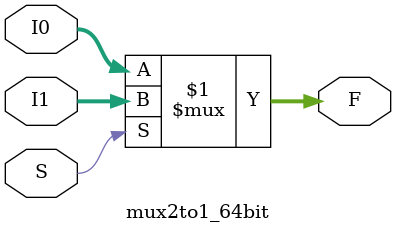
<source format=v>
module Mux2to1Nbit(F, S, I0, I1);
	parameter N = 64;
	input [N-1:0]I0, I1;
	input S;
	output [N-1:0]F;
	
	assign F = S ? I0 : I1;
endmodule

module Mux4to1Nbit (F, S, I0, I1, I2, I3);
	parameter N = 64;
	input [N-1:0]I0, I1, I2, I3;
	input [1:0]S;
	output [N-1:0]F;
	
	assign F = S[1] ? (S[0] ? I3 : I2) : (S[0] ? I1 : I0);
endmodule

module Mux8to1Nbit(F, S, I0, I1, I2, I3, I4, I5, I6, I7);
	parameter N = 64;
	input [N-1:0]I0, I1, I2, I3, I4, I5, I6, I7;
	input [2:0]S;
	output [N-1:0]F;
	
	assign F = S[2] ? (S[1] ? (S[0] ? I7 : I6) : (S[0] ? I5 : I4)) : (S[1] ? (S[0] ? I3 : I2) : (S[0] ? I1 : I0));
endmodule

module Mux32to1Nbit(F, S, I00, I01, I02, I03, I04, I05, I06, I07, I08, I09,
								  I10, I11, I12, I13, I14, I15, I16, I17, I18, I19,
								  I20, I21, I22, I23, I24, I25, I26, I27, I28, I29,
								  I30, I31);

	parameter N = 8;
	output reg [N-1:0]F; // output
	input [4:0]S; // select
	input [N-1:0]I00, I01, I02, I03, I04, I05, I06, I07, I08, I09;
	input [N-1:0]I10, I11, I12, I13, I14, I15, I16, I17, I18, I19;
	input [N-1:0]I20, I21, I22, I23, I24, I25, I26, I27, I28, I29;
	input [N-1:0]I30, I31;
	
	always @(*) begin
		case(S)
			5'h00: F <= I00;
			5'h01: F <= I01;
			5'h02: F <= I02;
			5'h03: F <= I03;
			5'h04: F <= I04;
			5'h05: F <= I05;
			5'h06: F <= I06;
			5'h07: F <= I07;
			5'h08: F <= I08;
			5'h09: F <= I09;
			5'h0A: F <= I10;
			5'h0B: F <= I11;
			5'h0C: F <= I12;
			5'h0D: F <= I13;
			5'h0E: F <= I14;
			5'h0F: F <= I15;
			5'h10: F <= I16;
			5'h11: F <= I17;
			5'h12: F <= I18;
			5'h13: F <= I19;
			5'h14: F <= I20;
			5'h15: F <= I21;
			5'h16: F <= I22;
			5'h17: F <= I23;
			5'h18: F <= I24;
			5'h19: F <= I25;
			5'h1A: F <= I26;
			5'h1B: F <= I27;
			5'h1C: F <= I28;
			5'h1D: F <= I29;
			5'h1E: F <= I30;
			5'h1F: F <= I31;
		endcase
	end
endmodule

module Mux64to1Nbit(F, S, I00, I01, I02, I03, I04, I05, I06, I07, I08, I09,
								  I10, I11, I12, I13, I14, I15, I16, I17, I18, I19,
								  I20, I21, I22, I23, I24, I25, I26, I27, I28, I29,
								  I30, I31, I32, I33, I34, I35, I36, I37, I38, I39, I40,
								  I41, I42, I43, I44, I45, I46, I47, I48, I49, I50, I51,
								  I52, I53, I54, I55, I56, I57, I58, I59, I60, I61, I62, I63);

	parameter N = 8;
	output reg [N-1:0]F; // output
	input [5:0]S; // select
	input [N-1:0]I00, I01, I02, I03, I04, I05, I06, I07, I08, I09;
	input [N-1:0]I10, I11, I12, I13, I14, I15, I16, I17, I18, I19;
	input [N-1:0]I20, I21, I22, I23, I24, I25, I26, I27, I28, I29;
	input [N-1:0]I30, I31, I32, I33, I34, I35, I36, I37, I38, I39, I40, I41, I42, I43, I44, I45, I46, I47, I48, I49, I50, I51, I52, I53, I54, I55, I56, I57, I58, I59, I60, I61, I62, I63;
	
	always @(*) begin
		case(S)
			5'h00: F <= I00;
			5'h01: F <= I01;
			5'h02: F <= I02;
			5'h03: F <= I03;
			5'h04: F <= I04;
			5'h05: F <= I05;
			5'h06: F <= I06;
			5'h07: F <= I07;
			5'h08: F <= I08;
			5'h09: F <= I09;
			5'h0A: F <= I10;
			5'h0B: F <= I11;
			5'h0C: F <= I12;
			5'h0D: F <= I13;
			5'h0E: F <= I14;
			5'h0F: F <= I15;
			5'h10: F <= I16;
			5'h11: F <= I17;
			5'h12: F <= I18;
			5'h13: F <= I19;
			5'h14: F <= I20;
			5'h15: F <= I21;
			5'h16: F <= I22;
			5'h17: F <= I23;
			5'h18: F <= I24;
			5'h19: F <= I25;
			5'h1A: F <= I26;
			5'h1B: F <= I27;
			5'h1C: F <= I28;
			5'h1D: F <= I29;
			5'h1E: F <= I30;
			5'h1F: F <= I31;
			5'h20: F <= I32;
			5'h21: F <= I33;
			5'h22: F <= I34;
			5'h23: F <= I35;
			5'h24: F <= I36;
			5'h25: F <= I37;
			5'h26: F <= I38;
			5'h27: F <= I39;
			5'h28: F <= I40;
			5'h29: F <= I41;
			5'h2A: F <= I42;
			5'h2B: F <= I43;
			5'h2C: F <= I44;
			5'h2D: F <= I45;
			5'h2E: F <= I46;
			5'h2F: F <= I47;
			5'h30: F <= I48;
			5'h31: F <= I49;
			5'h32: F <= I50;
			5'h33: F <= I51;
			5'h34: F <= I52;
			5'h35: F <= I53;
			5'h36: F <= I54;
			5'h37: F <= I55;
			5'h38: F <= I56;
			5'h39: F <= I57;
			5'h3A: F <= I58;
			5'h3B: F <= I59;
			5'h3C: F <= I60;
			5'h3D: F <= I61;
			5'h3E: F <= I62;
			5'h3F: F <= I63;
		endcase
	end
endmodule

// this is here only to make into a block
module mux2to1_64bit(F, S, I0, I1);
	input [63:0] I0, I1;
	input S;
	output [63:0] F;
	
	assign F = S ? I1 : I0;
endmodule

</source>
